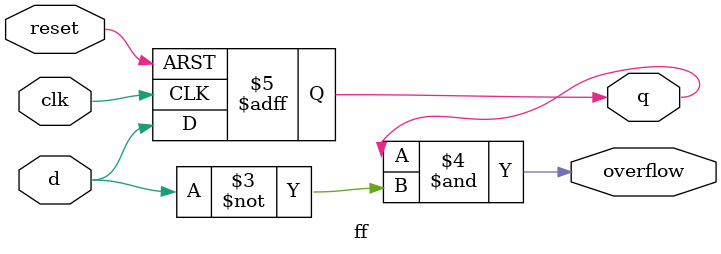
<source format=sv>
`timescale 1ns / 1ps


module ff(
input d,
input clk,
input reset,
output logic q,
output logic overflow );

    
    always @ (posedge clk,  negedge reset)
    begin
    if (reset ==0) q<=0 ;
    else
    q<=d;
    end
    assign overflow=q&~d;

    
    


endmodule

</source>
